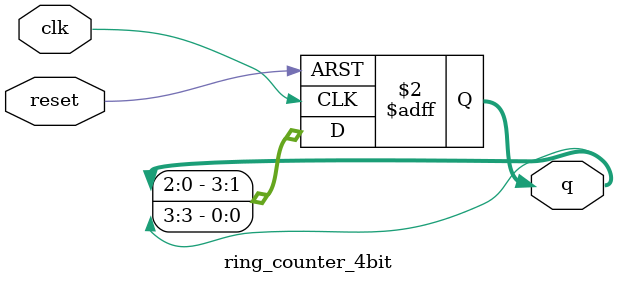
<source format=v>
module ring_counter_4bit (input wire clk, input wire reset, output reg [3:0] q);
    always @(posedge clk or posedge reset) begin
        if (reset)
            q <= 4'b0001;                 
        else
            q <= {q[2:0], q[3]};         
    end
endmodule

</source>
